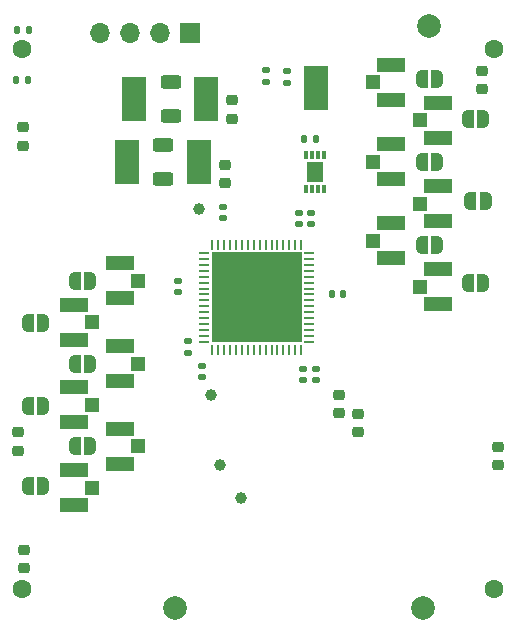
<source format=gbr>
G04 #@! TF.GenerationSoftware,KiCad,Pcbnew,8.0.6-8.0.6-0~ubuntu24.04.1*
G04 #@! TF.CreationDate,2024-11-04T16:08:47-05:00*
G04 #@! TF.ProjectId,breakout-tt06-qfn,62726561-6b6f-4757-942d-747430362d71,1.1*
G04 #@! TF.SameCoordinates,PX2b64660PY42c1d80*
G04 #@! TF.FileFunction,Soldermask,Top*
G04 #@! TF.FilePolarity,Negative*
%FSLAX46Y46*%
G04 Gerber Fmt 4.6, Leading zero omitted, Abs format (unit mm)*
G04 Created by KiCad (PCBNEW 8.0.6-8.0.6-0~ubuntu24.04.1) date 2024-11-04 16:08:47*
%MOMM*%
%LPD*%
G01*
G04 APERTURE LIST*
G04 Aperture macros list*
%AMRoundRect*
0 Rectangle with rounded corners*
0 $1 Rounding radius*
0 $2 $3 $4 $5 $6 $7 $8 $9 X,Y pos of 4 corners*
0 Add a 4 corners polygon primitive as box body*
4,1,4,$2,$3,$4,$5,$6,$7,$8,$9,$2,$3,0*
0 Add four circle primitives for the rounded corners*
1,1,$1+$1,$2,$3*
1,1,$1+$1,$4,$5*
1,1,$1+$1,$6,$7*
1,1,$1+$1,$8,$9*
0 Add four rect primitives between the rounded corners*
20,1,$1+$1,$2,$3,$4,$5,0*
20,1,$1+$1,$4,$5,$6,$7,0*
20,1,$1+$1,$6,$7,$8,$9,0*
20,1,$1+$1,$8,$9,$2,$3,0*%
%AMFreePoly0*
4,1,19,0.500000,-0.750000,0.000000,-0.750000,0.000000,-0.744911,-0.071157,-0.744911,-0.207708,-0.704816,-0.327430,-0.627875,-0.420627,-0.520320,-0.479746,-0.390866,-0.500000,-0.250000,-0.500000,0.250000,-0.479746,0.390866,-0.420627,0.520320,-0.327430,0.627875,-0.207708,0.704816,-0.071157,0.744911,0.000000,0.744911,0.000000,0.750000,0.500000,0.750000,0.500000,-0.750000,0.500000,-0.750000,
$1*%
%AMFreePoly1*
4,1,19,0.000000,0.744911,0.071157,0.744911,0.207708,0.704816,0.327430,0.627875,0.420627,0.520320,0.479746,0.390866,0.500000,0.250000,0.500000,-0.250000,0.479746,-0.390866,0.420627,-0.520320,0.327430,-0.627875,0.207708,-0.704816,0.071157,-0.744911,0.000000,-0.744911,0.000000,-0.750000,-0.500000,-0.750000,-0.500000,0.750000,0.000000,0.750000,0.000000,0.744911,0.000000,0.744911,
$1*%
G04 Aperture macros list end*
%ADD10RoundRect,0.140000X0.170000X-0.140000X0.170000X0.140000X-0.170000X0.140000X-0.170000X-0.140000X0*%
%ADD11RoundRect,0.140000X0.140000X0.170000X-0.140000X0.170000X-0.140000X-0.170000X0.140000X-0.170000X0*%
%ADD12R,2.000000X3.800000*%
%ADD13RoundRect,0.102000X0.525000X-0.500000X0.525000X0.500000X-0.525000X0.500000X-0.525000X-0.500000X0*%
%ADD14RoundRect,0.102000X1.100000X-0.525000X1.100000X0.525000X-1.100000X0.525000X-1.100000X-0.525000X0*%
%ADD15RoundRect,0.225000X-0.250000X0.225000X-0.250000X-0.225000X0.250000X-0.225000X0.250000X0.225000X0*%
%ADD16RoundRect,0.140000X-0.170000X0.140000X-0.170000X-0.140000X0.170000X-0.140000X0.170000X0.140000X0*%
%ADD17C,1.000000*%
%ADD18RoundRect,0.102000X-0.525000X0.500000X-0.525000X-0.500000X0.525000X-0.500000X0.525000X0.500000X0*%
%ADD19RoundRect,0.102000X-1.100000X0.525000X-1.100000X-0.525000X1.100000X-0.525000X1.100000X0.525000X0*%
%ADD20RoundRect,0.135000X0.135000X0.185000X-0.135000X0.185000X-0.135000X-0.185000X0.135000X-0.185000X0*%
%ADD21C,2.000000*%
%ADD22FreePoly0,0.000000*%
%ADD23FreePoly1,0.000000*%
%ADD24RoundRect,0.062500X0.362500X0.062500X-0.362500X0.062500X-0.362500X-0.062500X0.362500X-0.062500X0*%
%ADD25RoundRect,0.062500X0.062500X0.362500X-0.062500X0.362500X-0.062500X-0.362500X0.062500X-0.362500X0*%
%ADD26R,7.650000X7.650000*%
%ADD27FreePoly0,180.000000*%
%ADD28FreePoly1,180.000000*%
%ADD29R,0.300000X0.750000*%
%ADD30R,1.450000X1.750000*%
%ADD31RoundRect,0.250000X-0.625000X0.312500X-0.625000X-0.312500X0.625000X-0.312500X0.625000X0.312500X0*%
%ADD32RoundRect,0.225000X0.250000X-0.225000X0.250000X0.225000X-0.250000X0.225000X-0.250000X-0.225000X0*%
%ADD33RoundRect,0.250000X0.625000X-0.312500X0.625000X0.312500X-0.625000X0.312500X-0.625000X-0.312500X0*%
%ADD34R,1.700000X1.700000*%
%ADD35O,1.700000X1.700000*%
%ADD36RoundRect,0.135000X-0.185000X0.135000X-0.185000X-0.135000X0.185000X-0.135000X0.185000X0.135000X0*%
%ADD37C,1.600000*%
G04 APERTURE END LIST*
D10*
X28800000Y20820000D03*
X28800000Y21780000D03*
X20250000Y21020000D03*
X20250000Y21980000D03*
X29900000Y20820000D03*
X29900000Y21780000D03*
X28500000Y34020000D03*
X28500000Y34980000D03*
X22000000Y34520000D03*
X22000000Y35480000D03*
D11*
X32230000Y28100000D03*
X31270000Y28100000D03*
D12*
X14500000Y44600000D03*
X20000000Y39250000D03*
D13*
X10912500Y25700000D03*
D14*
X9387500Y24225000D03*
X9387500Y27175000D03*
D15*
X31900000Y19575000D03*
X31900000Y18025000D03*
D16*
X29500000Y34980000D03*
X29500000Y34020000D03*
D17*
X23600000Y10800000D03*
D18*
X38700000Y42800000D03*
D19*
X40225000Y44275000D03*
X40225000Y41325000D03*
D20*
X5510000Y46200000D03*
X4490000Y46200000D03*
D21*
X39500000Y50750000D03*
D22*
X38875000Y32200000D03*
D23*
X40175000Y32200000D03*
D18*
X34700000Y46000000D03*
D19*
X36225000Y47475000D03*
X36225000Y44525000D03*
D15*
X5200000Y6425000D03*
X5200000Y4875000D03*
X22250000Y39025000D03*
X22250000Y37475000D03*
D24*
X29350000Y24050000D03*
X29350000Y24550000D03*
X29350000Y25050000D03*
X29350000Y25550000D03*
X29350000Y26050000D03*
X29350000Y26550000D03*
X29350000Y27050000D03*
X29350000Y27550000D03*
X29350000Y28050000D03*
X29350000Y28550000D03*
X29350000Y29050000D03*
X29350000Y29550000D03*
X29350000Y30050000D03*
X29350000Y30550000D03*
X29350000Y31050000D03*
X29350000Y31550000D03*
D25*
X28650000Y32250000D03*
X28150000Y32250000D03*
X27650000Y32250000D03*
X27150000Y32250000D03*
X26650000Y32250000D03*
X26150000Y32250000D03*
X25650000Y32250000D03*
X25150000Y32250000D03*
X24650000Y32250000D03*
X24150000Y32250000D03*
X23650000Y32250000D03*
X23150000Y32250000D03*
X22650000Y32250000D03*
X22150000Y32250000D03*
X21650000Y32250000D03*
X21150000Y32250000D03*
D24*
X20450000Y31550000D03*
X20450000Y31050000D03*
X20450000Y30550000D03*
X20450000Y30050000D03*
X20450000Y29550000D03*
X20450000Y29050000D03*
X20450000Y28550000D03*
X20450000Y28050000D03*
X20450000Y27550000D03*
X20450000Y27050000D03*
X20450000Y26550000D03*
X20450000Y26050000D03*
X20450000Y25550000D03*
X20450000Y25050000D03*
X20450000Y24550000D03*
X20450000Y24050000D03*
D25*
X21150000Y23350000D03*
X21650000Y23350000D03*
X22150000Y23350000D03*
X22650000Y23350000D03*
X23150000Y23350000D03*
X23650000Y23350000D03*
X24150000Y23350000D03*
X24650000Y23350000D03*
X25150000Y23350000D03*
X25650000Y23350000D03*
X26150000Y23350000D03*
X26650000Y23350000D03*
X27150000Y23350000D03*
X27650000Y23350000D03*
X28150000Y23350000D03*
X28650000Y23350000D03*
D26*
X24900000Y27800000D03*
D13*
X14862500Y22200000D03*
D14*
X13337500Y20725000D03*
X13337500Y23675000D03*
D18*
X38700000Y28700000D03*
D19*
X40225000Y30175000D03*
X40225000Y27225000D03*
D22*
X42775000Y42925000D03*
D23*
X44075000Y42925000D03*
D17*
X21800000Y13600000D03*
D27*
X6787500Y18600000D03*
D28*
X5487500Y18600000D03*
D29*
X29100000Y37000000D03*
X29600000Y37000000D03*
X30100000Y37000000D03*
X30600000Y37000000D03*
X30600000Y39900000D03*
X30100000Y39900000D03*
X29600000Y39900000D03*
X29100000Y39900000D03*
D30*
X29850000Y38450000D03*
D21*
X18000000Y1500000D03*
D31*
X17600000Y46062500D03*
X17600000Y43137500D03*
D10*
X18200000Y28270000D03*
X18200000Y29230000D03*
D22*
X42975000Y35925000D03*
D23*
X44275000Y35925000D03*
D22*
X38875000Y39300000D03*
D23*
X40175000Y39300000D03*
D32*
X4700000Y14825000D03*
X4700000Y16375000D03*
D16*
X19100000Y24080000D03*
X19100000Y23120000D03*
D15*
X22800000Y44475000D03*
X22800000Y42925000D03*
D32*
X45350000Y13575000D03*
X45350000Y15125000D03*
D27*
X10787500Y15200000D03*
D28*
X9487500Y15200000D03*
D18*
X34700000Y32600000D03*
D19*
X36225000Y34075000D03*
X36225000Y31125000D03*
D17*
X21000000Y19500000D03*
D12*
X13900000Y39250000D03*
D33*
X17000000Y37787500D03*
X17000000Y40712500D03*
D17*
X20000000Y35250000D03*
D21*
X39000000Y1500000D03*
D34*
X19250000Y50200000D03*
D35*
X16710000Y50200000D03*
X14170000Y50200000D03*
X11630000Y50200000D03*
D27*
X10787500Y29200000D03*
D28*
X9487500Y29200000D03*
D15*
X44000000Y46975000D03*
X44000000Y45425000D03*
D27*
X6837500Y25600000D03*
D28*
X5537500Y25600000D03*
D27*
X6837500Y11800000D03*
D28*
X5537500Y11800000D03*
D22*
X38875000Y46300000D03*
D23*
X40175000Y46300000D03*
D13*
X10912500Y11700000D03*
D14*
X9387500Y10225000D03*
X9387500Y13175000D03*
D20*
X5610000Y50400000D03*
X4590000Y50400000D03*
D36*
X27500000Y47010000D03*
X27500000Y45990000D03*
X25650000Y47020000D03*
X25650000Y46000000D03*
D22*
X42775000Y29025000D03*
D23*
X44075000Y29025000D03*
D13*
X14862500Y29200000D03*
D14*
X13337500Y27725000D03*
X13337500Y30675000D03*
D27*
X10787500Y22200000D03*
D28*
X9487500Y22200000D03*
D13*
X14862500Y15200000D03*
D14*
X13337500Y13725000D03*
X13337500Y16675000D03*
D12*
X29900000Y45500000D03*
D18*
X34700000Y39300000D03*
D19*
X36225000Y40775000D03*
X36225000Y37825000D03*
D32*
X5100000Y40650000D03*
X5100000Y42200000D03*
D11*
X29880000Y41200000D03*
X28920000Y41200000D03*
D12*
X20600000Y44600000D03*
D18*
X38700000Y35750000D03*
D19*
X40225000Y37225000D03*
X40225000Y34275000D03*
D13*
X10912500Y18700000D03*
D14*
X9387500Y17225000D03*
X9387500Y20175000D03*
D32*
X33450000Y16375000D03*
X33450000Y17925000D03*
D37*
X45000000Y3140000D03*
X45000000Y48860000D03*
X5000000Y3140000D03*
X5000000Y48860000D03*
M02*

</source>
